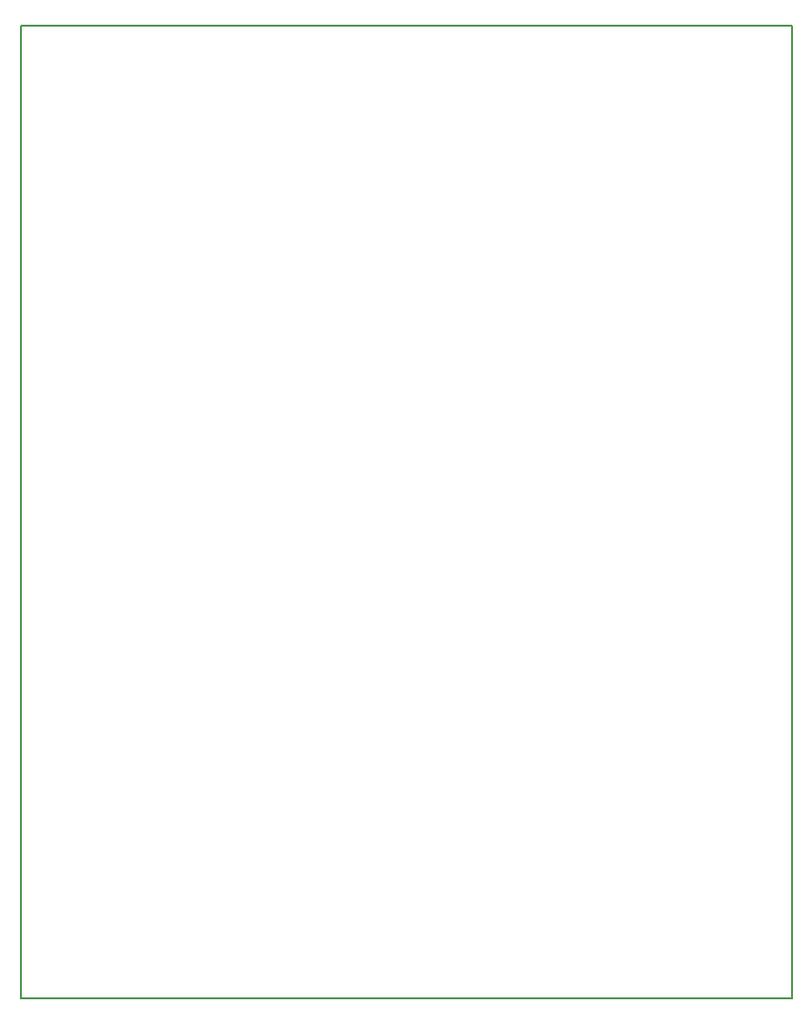
<source format=gbo>
G04 MADE WITH FRITZING*
G04 WWW.FRITZING.ORG*
G04 DOUBLE SIDED*
G04 HOLES PLATED*
G04 CONTOUR ON CENTER OF CONTOUR VECTOR*
%ASAXBY*%
%FSLAX23Y23*%
%MOIN*%
%OFA0B0*%
%SFA1.0B1.0*%
%ADD10R,2.711880X3.414520X2.695880X3.398520*%
%ADD11C,0.008000*%
%LNSILK0*%
G90*
G70*
G54D11*
X4Y3411D02*
X2708Y3411D01*
X2708Y4D01*
X4Y4D01*
X4Y3411D01*
D02*
G04 End of Silk0*
M02*
</source>
